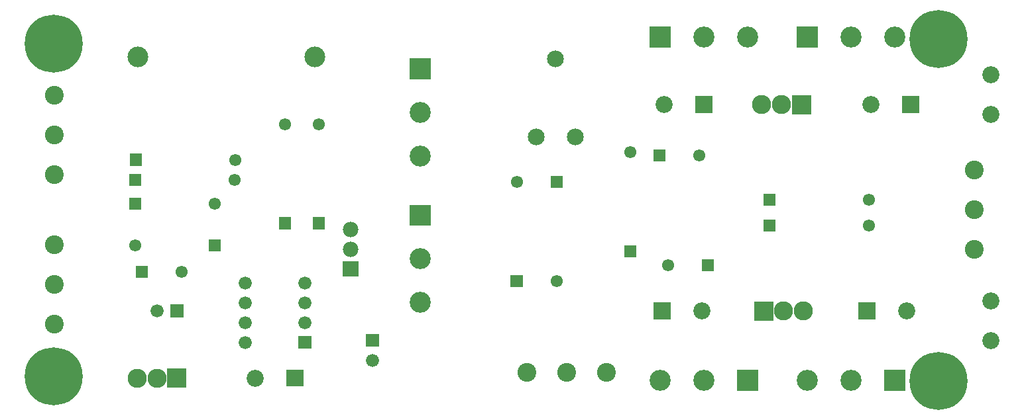
<source format=gbr>
G04 start of page 7 for group -4062 idx -4062 *
G04 Title: (unknown), soldermask *
G04 Creator: pcb 1.99z *
G04 CreationDate: Fri 07 Mar 2014 08:36:24 PM GMT UTC *
G04 For: jpuls *
G04 Format: Gerber/RS-274X *
G04 PCB-Dimensions (mil): 5000.00 2020.00 *
G04 PCB-Coordinate-Origin: lower left *
%MOIN*%
%FSLAX25Y25*%
%LNBOTTOMMASK*%
%ADD93C,0.2920*%
%ADD92C,0.0847*%
%ADD91C,0.0780*%
%ADD90C,0.0660*%
%ADD89C,0.0960*%
%ADD88C,0.0860*%
%ADD87C,0.0610*%
%ADD86C,0.1060*%
%ADD85C,0.0001*%
%ADD84C,0.1044*%
%ADD83C,0.0946*%
G54D83*X17900Y158400D03*
Y138400D03*
Y118400D03*
X17914Y83061D03*
Y63061D03*
Y43061D03*
G54D84*X60000Y178000D03*
X148976D03*
G54D85*G36*
X196700Y177100D02*Y166500D01*
X207300D01*
Y177100D01*
X196700D01*
G37*
G54D86*X202000Y149900D03*
G54D87*X58723Y82764D03*
G54D85*G36*
X55673Y118814D02*Y112714D01*
X61773D01*
Y118814D01*
X55673D01*
G37*
G36*
Y106814D02*Y100714D01*
X61773D01*
Y106814D01*
X55673D01*
G37*
G54D87*X98723Y103764D03*
X108723Y115764D03*
G54D85*G36*
X55950Y129050D02*Y122950D01*
X62050D01*
Y129050D01*
X55950D01*
G37*
G54D87*X109000Y126000D03*
G54D86*X202000Y128000D03*
G54D85*G36*
X130950Y97050D02*Y90950D01*
X137050D01*
Y97050D01*
X130950D01*
G37*
G54D87*X134000Y144000D03*
G54D85*G36*
X147950Y97050D02*Y90950D01*
X154050D01*
Y97050D01*
X147950D01*
G37*
G54D87*X151000Y144000D03*
G54D85*G36*
X74700Y20800D02*Y11200D01*
X84300D01*
Y20800D01*
X74700D01*
G37*
G54D88*X119000Y16000D03*
G54D89*X69500D03*
X59500D03*
G54D85*G36*
X58939Y72547D02*Y66447D01*
X65039D01*
Y72547D01*
X58939D01*
G37*
G54D87*X81989Y69497D03*
G54D85*G36*
X95673Y85814D02*Y79714D01*
X101773D01*
Y85814D01*
X95673D01*
G37*
G54D90*X114000Y64000D03*
G54D85*G36*
X76423Y53064D02*Y46464D01*
X83023D01*
Y53064D01*
X76423D01*
G37*
G54D90*X69723Y49764D03*
G54D85*G36*
X134700Y20300D02*Y11700D01*
X143300D01*
Y20300D01*
X134700D01*
G37*
G36*
X140700Y37300D02*Y30700D01*
X147300D01*
Y37300D01*
X140700D01*
G37*
G54D90*X144000Y44000D03*
Y54000D03*
Y64000D03*
X114000Y54000D03*
Y44000D03*
Y34000D03*
G54D85*G36*
X174700Y38300D02*Y31700D01*
X181300D01*
Y38300D01*
X174700D01*
G37*
G54D90*X178000Y25000D03*
G54D85*G36*
X163100Y74900D02*Y67100D01*
X170900D01*
Y74900D01*
X163100D01*
G37*
G54D91*X167000Y81000D03*
Y91000D03*
G54D85*G36*
X196700Y103300D02*Y92700D01*
X207300D01*
Y103300D01*
X196700D01*
G37*
G54D86*X202000Y76100D03*
Y54200D03*
G54D83*X255723Y18764D03*
X275723D03*
X295723D03*
G54D86*X322723Y14764D03*
G54D85*G36*
X369923Y54564D02*Y44964D01*
X379523D01*
Y54564D01*
X369923D01*
G37*
G36*
X319423Y54064D02*Y45464D01*
X328023D01*
Y54064D01*
X319423D01*
G37*
G54D88*X343723Y49764D03*
G54D85*G36*
X361223Y20064D02*Y9464D01*
X371823D01*
Y20064D01*
X361223D01*
G37*
G54D86*X344623Y14764D03*
G54D85*G36*
X435223Y20064D02*Y9464D01*
X445823D01*
Y20064D01*
X435223D01*
G37*
G54D86*X418623Y14764D03*
X396723D03*
G54D89*X384723Y49764D03*
G54D85*G36*
X343673Y75814D02*Y69714D01*
X349773D01*
Y75814D01*
X343673D01*
G37*
G54D87*X326723Y72764D03*
G54D88*X489000Y35000D03*
Y55000D03*
G54D89*X394723Y49764D03*
G54D85*G36*
X422423Y54064D02*Y45464D01*
X431023D01*
Y54064D01*
X422423D01*
G37*
G36*
X374673Y95814D02*Y89714D01*
X380773D01*
Y95814D01*
X374673D01*
G37*
G54D88*X428723Y153764D03*
G54D85*G36*
X388923Y158564D02*Y148964D01*
X398523D01*
Y158564D01*
X388923D01*
G37*
G54D89*X383723Y153764D03*
X373723D03*
G54D87*X427723Y105764D03*
G54D83*X480723Y120764D03*
G54D85*G36*
X444423Y158064D02*Y149464D01*
X453023D01*
Y158064D01*
X444423D01*
G37*
G54D86*X344623Y187764D03*
X366523D03*
G54D85*G36*
X391423Y193064D02*Y182464D01*
X402023D01*
Y193064D01*
X391423D01*
G37*
G54D86*X418623Y187764D03*
X440523D03*
G54D83*X480723Y80764D03*
Y100764D03*
G54D88*X446723Y49764D03*
G54D87*X427723Y92764D03*
G54D88*X489000Y149000D03*
Y169000D03*
X324723Y153764D03*
G54D85*G36*
X319173Y131214D02*Y125114D01*
X325273D01*
Y131214D01*
X319173D01*
G37*
G36*
X304673Y82814D02*Y76714D01*
X310773D01*
Y82814D01*
X304673D01*
G37*
G54D87*X307723Y129764D03*
G54D85*G36*
X317423Y193064D02*Y182464D01*
X328023D01*
Y193064D01*
X317423D01*
G37*
G36*
X374673Y108814D02*Y102714D01*
X380773D01*
Y108814D01*
X374673D01*
G37*
G36*
X267673Y117814D02*Y111714D01*
X273773D01*
Y117814D01*
X267673D01*
G37*
G54D87*X250723Y114764D03*
G54D85*G36*
X247438Y67883D02*Y61783D01*
X253538D01*
Y67883D01*
X247438D01*
G37*
G54D87*X270488Y64833D03*
G54D85*G36*
X340423Y158064D02*Y149464D01*
X349023D01*
Y158064D01*
X340423D01*
G37*
G54D87*X342223Y128164D03*
G54D92*X260157Y137630D03*
X279843D03*
X270000Y177000D03*
G54D93*X17500Y184500D03*
Y17000D03*
X462500Y14500D03*
Y187000D03*
M02*

</source>
